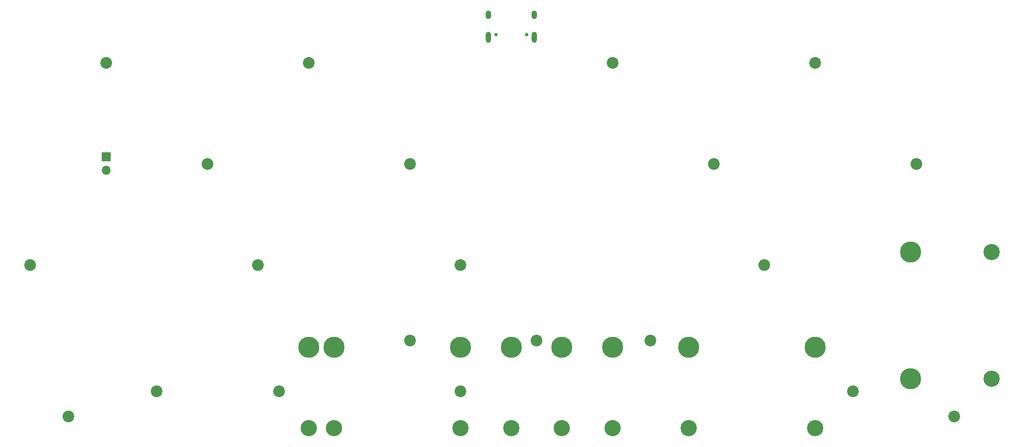
<source format=gbr>
%TF.GenerationSoftware,KiCad,Pcbnew,8.0.8*%
%TF.CreationDate,2025-05-03T21:30:50+02:00*%
%TF.ProjectId,pandemonium EC 2 Layer,70616e64-656d-46f6-9e69-756d20454320,rev?*%
%TF.SameCoordinates,Original*%
%TF.FileFunction,Soldermask,Top*%
%TF.FilePolarity,Negative*%
%FSLAX46Y46*%
G04 Gerber Fmt 4.6, Leading zero omitted, Abs format (unit mm)*
G04 Created by KiCad (PCBNEW 8.0.8) date 2025-05-03 21:30:50*
%MOMM*%
%LPD*%
G01*
G04 APERTURE LIST*
%ADD10C,2.200000*%
%ADD11C,3.048000*%
%ADD12C,3.987800*%
%ADD13R,1.700000X1.700000*%
%ADD14O,1.700000X1.700000*%
%ADD15C,0.650000*%
%ADD16O,1.000000X1.600000*%
%ADD17O,1.000000X2.100000*%
G04 APERTURE END LIST*
D10*
%TO.C,H3*%
X88900000Y-33337500D03*
%TD*%
%TO.C,H5*%
X146050000Y-33337500D03*
%TD*%
%TO.C,H2*%
X69850000Y-52387500D03*
%TD*%
%TO.C,H12*%
X174625000Y-71437500D03*
%TD*%
%TO.C,H11*%
X117475000Y-71437500D03*
%TD*%
%TO.C,H20*%
X210343750Y-100012500D03*
%TD*%
%TO.C,H6*%
X165100000Y-52387500D03*
%TD*%
%TO.C,H8*%
X203200000Y-52387500D03*
%TD*%
%TO.C,H10*%
X79375000Y-71437500D03*
%TD*%
%TO.C,H18*%
X191293750Y-95250000D03*
%TD*%
%TO.C,H7*%
X184150000Y-33337500D03*
%TD*%
D11*
%TO.C,S4*%
X127000000Y-102235000D03*
D12*
X127000000Y-86995000D03*
D11*
X88900000Y-102235000D03*
D12*
X88900000Y-86995000D03*
%TD*%
D11*
%TO.C,S5*%
X184150000Y-102235000D03*
D12*
X184150000Y-86995000D03*
D11*
X146050000Y-102235000D03*
D12*
X146050000Y-86995000D03*
%TD*%
D10*
%TO.C,H9*%
X36512500Y-71437500D03*
%TD*%
%TO.C,H4*%
X107950000Y-52387500D03*
%TD*%
%TO.C,H16*%
X153193750Y-85725000D03*
%TD*%
D11*
%TO.C,S2*%
X160337500Y-102235000D03*
D12*
X160337500Y-86995000D03*
D11*
X136525000Y-102235000D03*
D12*
X136525000Y-86995000D03*
%TD*%
D11*
%TO.C,S1*%
X117475000Y-102235000D03*
D12*
X117475000Y-86995000D03*
D11*
X93662500Y-102235000D03*
D12*
X93662500Y-86995000D03*
%TD*%
D10*
%TO.C,H14*%
X60325000Y-95250000D03*
%TD*%
D12*
%TO.C,S3*%
X202088750Y-69056250D03*
X202088750Y-92868750D03*
D11*
X217328750Y-69056250D03*
X217328750Y-92868750D03*
%TD*%
D10*
%TO.C,H23*%
X83343750Y-95250000D03*
%TD*%
%TO.C,H24*%
X131762500Y-85725000D03*
%TD*%
%TO.C,H17*%
X117475000Y-95250000D03*
%TD*%
%TO.C,H15*%
X107950000Y-85725000D03*
%TD*%
%TO.C,H1*%
X50800000Y-33337500D03*
%TD*%
%TO.C,H19*%
X43656250Y-100012500D03*
%TD*%
D13*
%TO.C,SW1*%
X50800000Y-51112500D03*
D14*
X50800000Y-53652500D03*
%TD*%
D15*
%TO.C,J1*%
X124110000Y-28000000D03*
X129890000Y-28000000D03*
D16*
X122680000Y-24350000D03*
D17*
X122680000Y-28530000D03*
D16*
X131320000Y-24350000D03*
D17*
X131320000Y-28530000D03*
%TD*%
M02*

</source>
